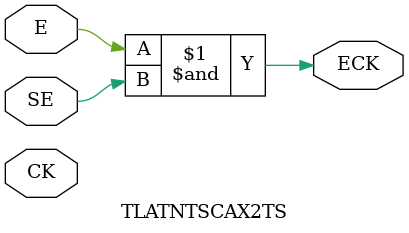
<source format=v>

module TLATNTSCAX2TS (E, SE, CK, ECK);
  input E, SE, CK;
  output ECK;

  assign ECK = E & SE;

endmodule

</source>
